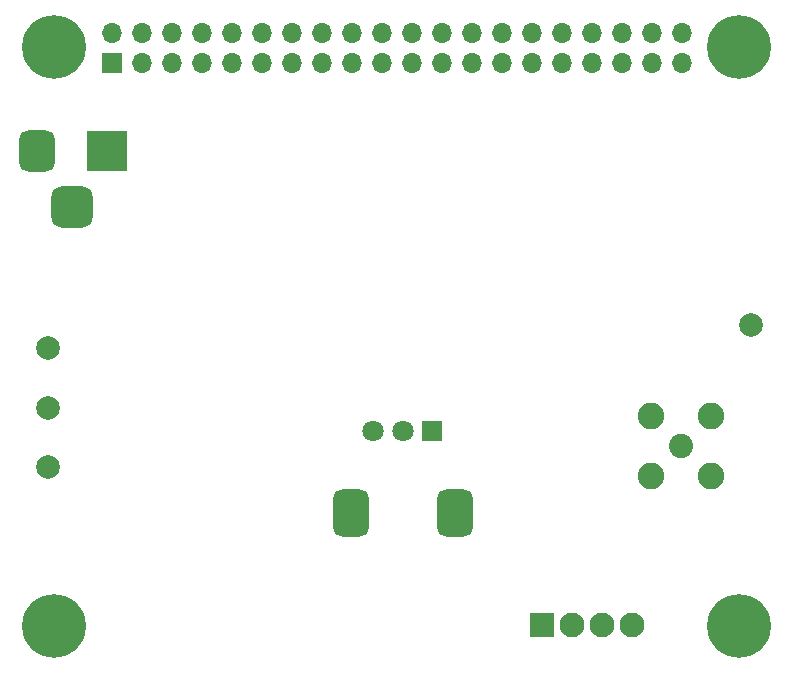
<source format=gbr>
%TF.GenerationSoftware,KiCad,Pcbnew,8.0.2-1*%
%TF.CreationDate,2024-05-25T15:23:03-04:00*%
%TF.ProjectId,Radio HAT,52616469-6f20-4484-9154-2e6b69636164,v1.1*%
%TF.SameCoordinates,Original*%
%TF.FileFunction,Soldermask,Bot*%
%TF.FilePolarity,Negative*%
%FSLAX46Y46*%
G04 Gerber Fmt 4.6, Leading zero omitted, Abs format (unit mm)*
G04 Created by KiCad (PCBNEW 8.0.2-1) date 2024-05-25 15:23:03*
%MOMM*%
%LPD*%
G01*
G04 APERTURE LIST*
G04 Aperture macros list*
%AMRoundRect*
0 Rectangle with rounded corners*
0 $1 Rounding radius*
0 $2 $3 $4 $5 $6 $7 $8 $9 X,Y pos of 4 corners*
0 Add a 4 corners polygon primitive as box body*
4,1,4,$2,$3,$4,$5,$6,$7,$8,$9,$2,$3,0*
0 Add four circle primitives for the rounded corners*
1,1,$1+$1,$2,$3*
1,1,$1+$1,$4,$5*
1,1,$1+$1,$6,$7*
1,1,$1+$1,$8,$9*
0 Add four rect primitives between the rounded corners*
20,1,$1+$1,$2,$3,$4,$5,0*
20,1,$1+$1,$4,$5,$6,$7,0*
20,1,$1+$1,$6,$7,$8,$9,0*
20,1,$1+$1,$8,$9,$2,$3,0*%
G04 Aperture macros list end*
%ADD10R,2.100000X2.100000*%
%ADD11C,2.100000*%
%ADD12C,0.800000*%
%ADD13C,5.400000*%
%ADD14C,2.000000*%
%ADD15R,1.800000X1.800000*%
%ADD16C,1.800000*%
%ADD17RoundRect,0.750000X-0.750000X1.250000X-0.750000X-1.250000X0.750000X-1.250000X0.750000X1.250000X0*%
%ADD18C,2.050000*%
%ADD19C,2.250000*%
%ADD20R,1.700000X1.700000*%
%ADD21O,1.700000X1.700000*%
%ADD22R,3.500000X3.500000*%
%ADD23RoundRect,0.750000X-0.750000X-1.000000X0.750000X-1.000000X0.750000X1.000000X-0.750000X1.000000X0*%
%ADD24RoundRect,0.875000X-0.875000X-0.875000X0.875000X-0.875000X0.875000X0.875000X-0.875000X0.875000X0*%
G04 APERTURE END LIST*
D10*
X144780000Y-152400000D03*
D11*
X147320000Y-152400000D03*
X149860000Y-152400000D03*
X152400000Y-152400000D03*
D12*
X159475000Y-152500000D03*
X160068109Y-151068109D03*
X160068109Y-153931891D03*
X161500000Y-150475000D03*
D13*
X161500000Y-152500000D03*
D12*
X161500000Y-154525000D03*
X162931891Y-151068109D03*
X162931891Y-153931891D03*
X163525000Y-152500000D03*
D14*
X103000000Y-139000000D03*
X103000000Y-134000000D03*
D12*
X101475000Y-152500000D03*
X102068109Y-151068109D03*
X102068109Y-153931891D03*
X103500000Y-150475000D03*
D13*
X103500000Y-152500000D03*
D12*
X103500000Y-154525000D03*
X104931891Y-151068109D03*
X104931891Y-153931891D03*
X105525000Y-152500000D03*
D15*
X135500000Y-135950000D03*
D16*
X133000000Y-135950000D03*
X130500000Y-135950000D03*
D17*
X137400000Y-142950000D03*
X128600000Y-142950000D03*
D18*
X156567500Y-137250000D03*
D19*
X154027500Y-134710000D03*
X154027500Y-139790000D03*
X159107500Y-134710000D03*
X159107500Y-139790000D03*
D12*
X159475000Y-103500000D03*
X160068109Y-102068109D03*
X160068109Y-104931891D03*
X161500000Y-101475000D03*
D13*
X161500000Y-103500000D03*
D12*
X161500000Y-105525000D03*
X162931891Y-102068109D03*
X162931891Y-104931891D03*
X163525000Y-103500000D03*
D20*
X108400000Y-104790000D03*
D21*
X108400000Y-102250000D03*
X110940000Y-104790000D03*
X110940000Y-102250000D03*
X113480000Y-104790000D03*
X113480000Y-102250000D03*
X116020000Y-104790000D03*
X116020000Y-102250000D03*
X118560000Y-104790000D03*
X118560000Y-102250000D03*
X121100000Y-104790000D03*
X121100000Y-102250000D03*
X123640000Y-104790000D03*
X123640000Y-102250000D03*
X126180000Y-104790000D03*
X126180000Y-102250000D03*
X128720000Y-104790000D03*
X128720000Y-102250000D03*
X131260000Y-104790000D03*
X131260000Y-102250000D03*
X133800000Y-104790000D03*
X133800000Y-102250000D03*
X136340000Y-104790000D03*
X136340000Y-102250000D03*
X138880000Y-104790000D03*
X138880000Y-102250000D03*
X141420000Y-104790000D03*
X141420000Y-102250000D03*
X143960000Y-104790000D03*
X143960000Y-102250000D03*
X146500000Y-104790000D03*
X146500000Y-102250000D03*
X149040000Y-104790000D03*
X149040000Y-102250000D03*
X151580000Y-104790000D03*
X151580000Y-102250000D03*
X154120000Y-104790000D03*
X154120000Y-102250000D03*
X156660000Y-104790000D03*
X156660000Y-102250000D03*
D14*
X162500000Y-127000000D03*
D22*
X108000000Y-112300000D03*
D23*
X102000000Y-112300000D03*
D24*
X105000000Y-117000000D03*
D14*
X103000000Y-129000000D03*
D12*
X101475000Y-103500000D03*
X102068109Y-102068109D03*
X102068109Y-104931891D03*
X103500000Y-101475000D03*
D13*
X103500000Y-103500000D03*
D12*
X103500000Y-105525000D03*
X104931891Y-102068109D03*
X104931891Y-104931891D03*
X105525000Y-103500000D03*
M02*

</source>
